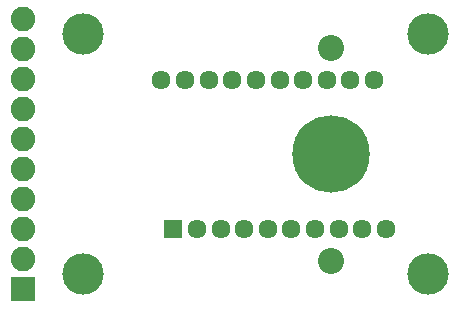
<source format=gbs>
G75*
%MOIN*%
%OFA0B0*%
%FSLAX24Y24*%
%IPPOS*%
%LPD*%
%AMOC8*
5,1,8,0,0,1.08239X$1,22.5*
%
%ADD10C,0.0635*%
%ADD11R,0.0635X0.0635*%
%ADD12C,0.2580*%
%ADD13C,0.0867*%
%ADD14C,0.1380*%
%ADD15R,0.0820X0.0820*%
%ADD16C,0.0820*%
D10*
X006468Y002895D03*
X007256Y002895D03*
X008043Y002895D03*
X008830Y002895D03*
X009618Y002895D03*
X010405Y002895D03*
X011193Y002895D03*
X011980Y002895D03*
X012767Y002895D03*
X012374Y007855D03*
X011586Y007855D03*
X010799Y007855D03*
X010011Y007855D03*
X009224Y007855D03*
X008437Y007855D03*
X007649Y007855D03*
X006862Y007855D03*
X006074Y007855D03*
X005287Y007855D03*
D11*
X005681Y002895D03*
D12*
X010949Y005375D03*
D13*
X010949Y008918D03*
X010949Y001832D03*
D14*
X014180Y001375D03*
X002680Y001375D03*
X002680Y009375D03*
X014180Y009375D03*
D15*
X000680Y000875D03*
D16*
X000680Y001875D03*
X000680Y002875D03*
X000680Y003875D03*
X000680Y004875D03*
X000680Y005875D03*
X000680Y006875D03*
X000680Y007875D03*
X000680Y008875D03*
X000680Y009875D03*
M02*

</source>
